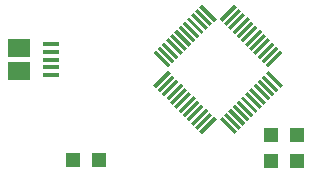
<source format=gtp>
%TF.GenerationSoftware,KiCad,Pcbnew,4.0.7*%
%TF.CreationDate,2017-11-19T11:54:36+08:00*%
%TF.ProjectId,ST-Link V2.1,53542D4C696E6B2056322E312E6B6963,rev?*%
%TF.FileFunction,Paste,Top*%
%FSLAX46Y46*%
G04 Gerber Fmt 4.6, Leading zero omitted, Abs format (unit mm)*
G04 Created by KiCad (PCBNEW 4.0.7) date 11/19/17 11:54:36*
%MOMM*%
%LPD*%
G01*
G04 APERTURE LIST*
%ADD10C,0.100000*%
%ADD11R,1.900000X1.500000*%
%ADD12R,1.350000X0.400000*%
%ADD13R,1.200000X1.200000*%
G04 APERTURE END LIST*
D10*
D11*
X120820200Y-109600000D03*
D12*
X123520200Y-107950000D03*
X123520200Y-107300000D03*
X123520200Y-109900000D03*
X123520200Y-109250000D03*
X123520200Y-108600000D03*
D11*
X120820200Y-107600000D03*
D13*
X127592000Y-117068600D03*
X125392000Y-117068600D03*
X144380912Y-117156150D03*
X144380912Y-114956150D03*
X142223600Y-117177000D03*
X142223600Y-114977000D03*
D10*
G36*
X133473553Y-109276285D02*
X132236117Y-108038849D01*
X132448249Y-107826717D01*
X133685685Y-109064153D01*
X133473553Y-109276285D01*
X133473553Y-109276285D01*
G37*
G36*
X133827106Y-108922732D02*
X132589670Y-107685296D01*
X132801802Y-107473164D01*
X134039238Y-108710600D01*
X133827106Y-108922732D01*
X133827106Y-108922732D01*
G37*
G36*
X134180660Y-108569178D02*
X132943224Y-107331742D01*
X133155356Y-107119610D01*
X134392792Y-108357046D01*
X134180660Y-108569178D01*
X134180660Y-108569178D01*
G37*
G36*
X134534213Y-108215625D02*
X133296777Y-106978189D01*
X133508909Y-106766057D01*
X134746345Y-108003493D01*
X134534213Y-108215625D01*
X134534213Y-108215625D01*
G37*
G36*
X134887766Y-107862072D02*
X133650330Y-106624636D01*
X133862462Y-106412504D01*
X135099898Y-107649940D01*
X134887766Y-107862072D01*
X134887766Y-107862072D01*
G37*
G36*
X134216016Y-106058950D02*
X135453452Y-107296386D01*
X135241320Y-107508518D01*
X134003884Y-106271082D01*
X134216016Y-106058950D01*
X134216016Y-106058950D01*
G37*
G36*
X135594873Y-107154965D02*
X134357437Y-105917529D01*
X134569569Y-105705397D01*
X135807005Y-106942833D01*
X135594873Y-107154965D01*
X135594873Y-107154965D01*
G37*
G36*
X135948427Y-106801411D02*
X134710991Y-105563975D01*
X134923123Y-105351843D01*
X136160559Y-106589279D01*
X135948427Y-106801411D01*
X135948427Y-106801411D01*
G37*
G36*
X136301980Y-106447858D02*
X135064544Y-105210422D01*
X135276676Y-104998290D01*
X136514112Y-106235726D01*
X136301980Y-106447858D01*
X136301980Y-106447858D01*
G37*
G36*
X136655533Y-106094305D02*
X135418097Y-104856869D01*
X135630229Y-104644737D01*
X136867665Y-105882173D01*
X136655533Y-106094305D01*
X136655533Y-106094305D01*
G37*
G36*
X137009087Y-105740751D02*
X135771651Y-104503315D01*
X135983783Y-104291183D01*
X137221219Y-105528619D01*
X137009087Y-105740751D01*
X137009087Y-105740751D01*
G37*
G36*
X137362640Y-105387198D02*
X136125204Y-104149762D01*
X136337336Y-103937630D01*
X137574772Y-105175066D01*
X137362640Y-105387198D01*
X137362640Y-105387198D01*
G37*
G36*
X135807005Y-111892581D02*
X134569569Y-113130017D01*
X134357437Y-112917885D01*
X135594873Y-111680449D01*
X135807005Y-111892581D01*
X135807005Y-111892581D01*
G37*
G36*
X135453452Y-111539028D02*
X134216016Y-112776464D01*
X134003884Y-112564332D01*
X135241320Y-111326896D01*
X135453452Y-111539028D01*
X135453452Y-111539028D01*
G37*
G36*
X135099898Y-111185474D02*
X133862462Y-112422910D01*
X133650330Y-112210778D01*
X134887766Y-110973342D01*
X135099898Y-111185474D01*
X135099898Y-111185474D01*
G37*
G36*
X134746345Y-110831921D02*
X133508909Y-112069357D01*
X133296777Y-111857225D01*
X134534213Y-110619789D01*
X134746345Y-110831921D01*
X134746345Y-110831921D01*
G37*
G36*
X134392792Y-110478368D02*
X133155356Y-111715804D01*
X132943224Y-111503672D01*
X134180660Y-110266236D01*
X134392792Y-110478368D01*
X134392792Y-110478368D01*
G37*
G36*
X134039238Y-110124814D02*
X132801802Y-111362250D01*
X132589670Y-111150118D01*
X133827106Y-109912682D01*
X134039238Y-110124814D01*
X134039238Y-110124814D01*
G37*
G36*
X136160559Y-112246135D02*
X134923123Y-113483571D01*
X134710991Y-113271439D01*
X135948427Y-112034003D01*
X136160559Y-112246135D01*
X136160559Y-112246135D01*
G37*
G36*
X133685685Y-109771261D02*
X132448249Y-111008697D01*
X132236117Y-110796565D01*
X133473553Y-109559129D01*
X133685685Y-109771261D01*
X133685685Y-109771261D01*
G37*
G36*
X136514112Y-112599688D02*
X135276676Y-113837124D01*
X135064544Y-113624992D01*
X136301980Y-112387556D01*
X136514112Y-112599688D01*
X136514112Y-112599688D01*
G37*
G36*
X136867665Y-112953241D02*
X135630229Y-114190677D01*
X135418097Y-113978545D01*
X136655533Y-112741109D01*
X136867665Y-112953241D01*
X136867665Y-112953241D01*
G37*
G36*
X137221219Y-113306795D02*
X135983783Y-114544231D01*
X135771651Y-114332099D01*
X137009087Y-113094663D01*
X137221219Y-113306795D01*
X137221219Y-113306795D01*
G37*
G36*
X137574772Y-113660348D02*
X136337336Y-114897784D01*
X136125204Y-114685652D01*
X137362640Y-113448216D01*
X137574772Y-113660348D01*
X137574772Y-113660348D01*
G37*
G36*
X141216372Y-112776464D02*
X139978936Y-111539028D01*
X140191068Y-111326896D01*
X141428504Y-112564332D01*
X141216372Y-112776464D01*
X141216372Y-112776464D01*
G37*
G36*
X140862819Y-113130017D02*
X139625383Y-111892581D01*
X139837515Y-111680449D01*
X141074951Y-112917885D01*
X140862819Y-113130017D01*
X140862819Y-113130017D01*
G37*
G36*
X140509265Y-113483571D02*
X139271829Y-112246135D01*
X139483961Y-112034003D01*
X140721397Y-113271439D01*
X140509265Y-113483571D01*
X140509265Y-113483571D01*
G37*
G36*
X140155712Y-113837124D02*
X138918276Y-112599688D01*
X139130408Y-112387556D01*
X140367844Y-113624992D01*
X140155712Y-113837124D01*
X140155712Y-113837124D01*
G37*
G36*
X139802159Y-114190677D02*
X138564723Y-112953241D01*
X138776855Y-112741109D01*
X140014291Y-113978545D01*
X139802159Y-114190677D01*
X139802159Y-114190677D01*
G37*
G36*
X139448605Y-114544231D02*
X138211169Y-113306795D01*
X138423301Y-113094663D01*
X139660737Y-114332099D01*
X139448605Y-114544231D01*
X139448605Y-114544231D01*
G37*
G36*
X139095052Y-114897784D02*
X137857616Y-113660348D01*
X138069748Y-113448216D01*
X139307184Y-114685652D01*
X139095052Y-114897784D01*
X139095052Y-114897784D01*
G37*
G36*
X141569926Y-112422910D02*
X140332490Y-111185474D01*
X140544622Y-110973342D01*
X141782058Y-112210778D01*
X141569926Y-112422910D01*
X141569926Y-112422910D01*
G37*
G36*
X141923479Y-112069357D02*
X140686043Y-110831921D01*
X140898175Y-110619789D01*
X142135611Y-111857225D01*
X141923479Y-112069357D01*
X141923479Y-112069357D01*
G37*
G36*
X142277032Y-111715804D02*
X141039596Y-110478368D01*
X141251728Y-110266236D01*
X142489164Y-111503672D01*
X142277032Y-111715804D01*
X142277032Y-111715804D01*
G37*
G36*
X142630586Y-111362250D02*
X141393150Y-110124814D01*
X141605282Y-109912682D01*
X142842718Y-111150118D01*
X142630586Y-111362250D01*
X142630586Y-111362250D01*
G37*
G36*
X142984139Y-111008697D02*
X141746703Y-109771261D01*
X141958835Y-109559129D01*
X143196271Y-110796565D01*
X142984139Y-111008697D01*
X142984139Y-111008697D01*
G37*
G36*
X141074951Y-105917529D02*
X139837515Y-107154965D01*
X139625383Y-106942833D01*
X140862819Y-105705397D01*
X141074951Y-105917529D01*
X141074951Y-105917529D01*
G37*
G36*
X141428504Y-106271082D02*
X140191068Y-107508518D01*
X139978936Y-107296386D01*
X141216372Y-106058950D01*
X141428504Y-106271082D01*
X141428504Y-106271082D01*
G37*
G36*
X140721397Y-105563975D02*
X139483961Y-106801411D01*
X139271829Y-106589279D01*
X140509265Y-105351843D01*
X140721397Y-105563975D01*
X140721397Y-105563975D01*
G37*
G36*
X140367844Y-105210422D02*
X139130408Y-106447858D01*
X138918276Y-106235726D01*
X140155712Y-104998290D01*
X140367844Y-105210422D01*
X140367844Y-105210422D01*
G37*
G36*
X140014291Y-104856869D02*
X138776855Y-106094305D01*
X138564723Y-105882173D01*
X139802159Y-104644737D01*
X140014291Y-104856869D01*
X140014291Y-104856869D01*
G37*
G36*
X139660737Y-104503315D02*
X138423301Y-105740751D01*
X138211169Y-105528619D01*
X139448605Y-104291183D01*
X139660737Y-104503315D01*
X139660737Y-104503315D01*
G37*
G36*
X139307184Y-104149762D02*
X138069748Y-105387198D01*
X137857616Y-105175066D01*
X139095052Y-103937630D01*
X139307184Y-104149762D01*
X139307184Y-104149762D01*
G37*
G36*
X141782058Y-106624636D02*
X140544622Y-107862072D01*
X140332490Y-107649940D01*
X141569926Y-106412504D01*
X141782058Y-106624636D01*
X141782058Y-106624636D01*
G37*
G36*
X142135611Y-106978189D02*
X140898175Y-108215625D01*
X140686043Y-108003493D01*
X141923479Y-106766057D01*
X142135611Y-106978189D01*
X142135611Y-106978189D01*
G37*
G36*
X142489164Y-107331742D02*
X141251728Y-108569178D01*
X141039596Y-108357046D01*
X142277032Y-107119610D01*
X142489164Y-107331742D01*
X142489164Y-107331742D01*
G37*
G36*
X142842718Y-107685296D02*
X141605282Y-108922732D01*
X141393150Y-108710600D01*
X142630586Y-107473164D01*
X142842718Y-107685296D01*
X142842718Y-107685296D01*
G37*
G36*
X143196271Y-108038849D02*
X141958835Y-109276285D01*
X141746703Y-109064153D01*
X142984139Y-107826717D01*
X143196271Y-108038849D01*
X143196271Y-108038849D01*
G37*
M02*

</source>
